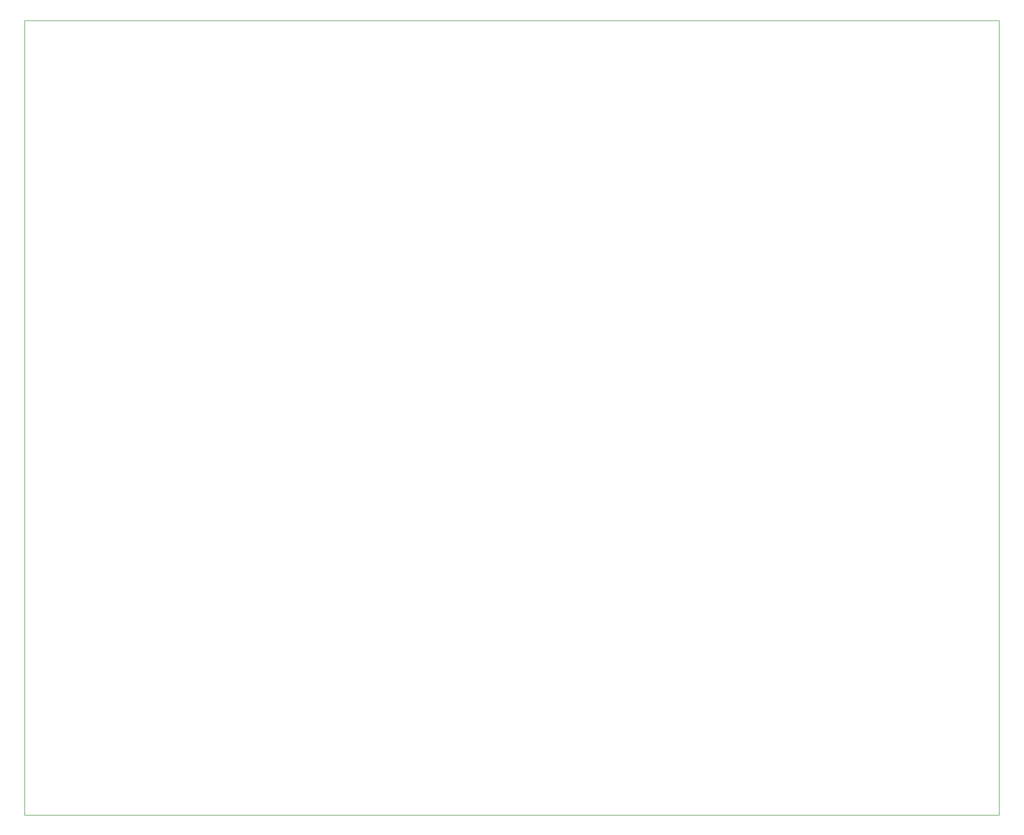
<source format=gbr>
%TF.GenerationSoftware,KiCad,Pcbnew,(6.0.11-0)*%
%TF.CreationDate,2025-03-26T21:45:14-05:00*%
%TF.ProjectId,btnBRD,62746e42-5244-42e6-9b69-6361645f7063,rev?*%
%TF.SameCoordinates,Original*%
%TF.FileFunction,Profile,NP*%
%FSLAX46Y46*%
G04 Gerber Fmt 4.6, Leading zero omitted, Abs format (unit mm)*
G04 Created by KiCad (PCBNEW (6.0.11-0)) date 2025-03-26 21:45:14*
%MOMM*%
%LPD*%
G01*
G04 APERTURE LIST*
%TA.AperFunction,Profile*%
%ADD10C,0.100000*%
%TD*%
G04 APERTURE END LIST*
D10*
X180340000Y-17780000D02*
X15240000Y-17780000D01*
X15240000Y-17780000D02*
X15240000Y-152400000D01*
X15240000Y-152400000D02*
X180340000Y-152400000D01*
X180340000Y-152400000D02*
X180340000Y-17780000D01*
M02*

</source>
